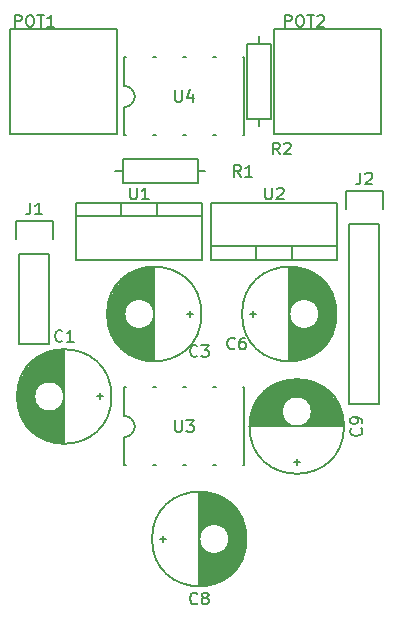
<source format=gto>
G04 #@! TF.GenerationSoftware,KiCad,Pcbnew,(5.0.2)-1*
G04 #@! TF.CreationDate,2019-01-05T13:13:42+08:00*
G04 #@! TF.ProjectId,PSU 4CH,50535520-3443-4482-9e6b-696361645f70,rev?*
G04 #@! TF.SameCoordinates,Original*
G04 #@! TF.FileFunction,Legend,Top*
G04 #@! TF.FilePolarity,Positive*
%FSLAX46Y46*%
G04 Gerber Fmt 4.6, Leading zero omitted, Abs format (unit mm)*
G04 Created by KiCad (PCBNEW (5.0.2)-1) date 01/05/19 13:13:42*
%MOMM*%
%LPD*%
G01*
G04 APERTURE LIST*
%ADD10C,0.150000*%
G04 APERTURE END LIST*
D10*
G04 #@! TO.C,C3*
X125285000Y-63500000D02*
G75*
G03X125285000Y-63500000I-4000000J0D01*
G01*
X117411500Y-62801500D02*
X117411500Y-64071500D01*
X117475000Y-62484000D02*
X117411500Y-62801500D01*
X117475000Y-64579500D02*
X117475000Y-62484000D01*
X117602000Y-64960500D02*
X117475000Y-64579500D01*
X117602000Y-62166500D02*
X117602000Y-64960500D01*
X117729000Y-61785500D02*
X117602000Y-62166500D01*
X117729000Y-65151000D02*
X117729000Y-61785500D01*
X117856000Y-65405000D02*
X117729000Y-65151000D01*
X117856000Y-61595000D02*
X117856000Y-65405000D01*
X117983000Y-61404500D02*
X117856000Y-61595000D01*
X117983000Y-65659000D02*
X117983000Y-61404500D01*
X118110000Y-65913000D02*
X117983000Y-65659000D01*
X118110000Y-61150500D02*
X118110000Y-65913000D01*
X118237000Y-61023500D02*
X118110000Y-61150500D01*
X118237000Y-65976500D02*
X118237000Y-61023500D01*
X118364000Y-66103500D02*
X118237000Y-65976500D01*
X118364000Y-60896500D02*
X118364000Y-66103500D01*
X118491000Y-60769500D02*
X118364000Y-60896500D01*
X118491000Y-66294000D02*
X118491000Y-60769500D01*
X118618000Y-66357500D02*
X118491000Y-66294000D01*
X118618000Y-60642500D02*
X118618000Y-66357500D01*
X118745000Y-60452000D02*
X118618000Y-60642500D01*
X118745000Y-66548000D02*
X118745000Y-60452000D01*
X118872000Y-66675000D02*
X118745000Y-66548000D01*
X121285000Y-59563000D02*
X121158000Y-59563000D01*
X121285000Y-67500500D02*
X121285000Y-59563000D01*
X121285000Y-63500000D02*
G75*
G03X121285000Y-63500000I-1270000J0D01*
G01*
X118110000Y-61277500D02*
X118046500Y-61341000D01*
X118618000Y-60642500D02*
X118491000Y-60769500D01*
X117538500Y-62293500D02*
X117538500Y-62484000D01*
X117919500Y-65468500D02*
X118110000Y-65532000D01*
X117792500Y-65405000D02*
X117919500Y-65468500D01*
X118745000Y-66484500D02*
X118364000Y-66103500D01*
X118872000Y-64135000D02*
X118872000Y-66611500D01*
X118999000Y-64325500D02*
X118872000Y-64135000D01*
X118999000Y-66738500D02*
X118999000Y-64325500D01*
X119126000Y-66802000D02*
X118999000Y-66738500D01*
X119126000Y-64452500D02*
X119126000Y-66802000D01*
X119253000Y-64516000D02*
X119126000Y-64452500D01*
X119253000Y-66929000D02*
X119253000Y-64516000D01*
X119380000Y-66992500D02*
X119253000Y-66929000D01*
X119380000Y-64643000D02*
X119380000Y-66992500D01*
X119507000Y-64706500D02*
X119380000Y-64643000D01*
X119507000Y-67056000D02*
X119507000Y-64706500D01*
X119634000Y-67119500D02*
X119507000Y-67056000D01*
X119634000Y-64770000D02*
X119634000Y-67119500D01*
X119761000Y-64770000D02*
X119634000Y-64770000D01*
X119761000Y-67183000D02*
X119761000Y-64770000D01*
X119888000Y-67246500D02*
X119761000Y-67183000D01*
X119888000Y-64770000D02*
X119888000Y-67246500D01*
X120015000Y-64770000D02*
X119888000Y-64770000D01*
X120015000Y-67246500D02*
X120015000Y-64770000D01*
X120142000Y-67310000D02*
X120015000Y-67246500D01*
X120142000Y-64770000D02*
X120142000Y-67310000D01*
X120269000Y-64770000D02*
X120142000Y-64770000D01*
X120269000Y-67310000D02*
X120269000Y-64770000D01*
X120396000Y-67310000D02*
X120269000Y-67310000D01*
X120396000Y-64770000D02*
X120396000Y-67310000D01*
X120523000Y-64706500D02*
X120396000Y-64770000D01*
X120523000Y-67373500D02*
X120523000Y-64706500D01*
X120650000Y-67437000D02*
X120523000Y-67373500D01*
X120650000Y-64706500D02*
X120650000Y-67437000D01*
X120777000Y-64579500D02*
X120650000Y-64706500D01*
X120777000Y-67373500D02*
X120777000Y-64579500D01*
X120904000Y-67437000D02*
X120777000Y-67373500D01*
X120904000Y-64452500D02*
X120904000Y-67437000D01*
X121031000Y-64325500D02*
X120904000Y-64452500D01*
X121031000Y-67437000D02*
X121031000Y-64325500D01*
X118872000Y-62865000D02*
X118872000Y-60388500D01*
X118999000Y-62674500D02*
X118872000Y-62865000D01*
X118999000Y-60325000D02*
X118999000Y-62674500D01*
X119126000Y-60134500D02*
X118999000Y-60325000D01*
X119126000Y-62547500D02*
X119126000Y-60134500D01*
X119253000Y-62484000D02*
X119126000Y-62547500D01*
X119253000Y-60134500D02*
X119253000Y-62484000D01*
X119380000Y-60007500D02*
X119253000Y-60134500D01*
X119380000Y-62357000D02*
X119380000Y-60007500D01*
X119507000Y-62293500D02*
X119380000Y-62357000D01*
X119507000Y-60007500D02*
X119507000Y-62293500D01*
X119634000Y-59880500D02*
X119507000Y-60007500D01*
X119634000Y-62293500D02*
X119634000Y-59880500D01*
X119761000Y-62230000D02*
X119634000Y-62293500D01*
X119761000Y-59880500D02*
X119761000Y-62230000D01*
X119888000Y-59817000D02*
X119761000Y-59880500D01*
X119888000Y-62166500D02*
X119888000Y-59817000D01*
X120015000Y-62166500D02*
X119888000Y-62166500D01*
X120015000Y-59753500D02*
X120015000Y-62166500D01*
X120142000Y-59690000D02*
X120015000Y-59753500D01*
X120142000Y-62230000D02*
X120142000Y-59690000D01*
X120269000Y-62230000D02*
X120142000Y-62230000D01*
X120269000Y-59690000D02*
X120269000Y-62230000D01*
X120396000Y-59690000D02*
X120269000Y-59690000D01*
X120396000Y-62230000D02*
X120396000Y-59690000D01*
X120523000Y-62293500D02*
X120396000Y-62230000D01*
X120523000Y-59626500D02*
X120523000Y-62293500D01*
X120650000Y-59563000D02*
X120523000Y-59626500D01*
X120650000Y-62357000D02*
X120650000Y-59563000D01*
X120777000Y-62420500D02*
X120650000Y-62357000D01*
X120777000Y-59563000D02*
X120777000Y-62420500D01*
X120904000Y-59563000D02*
X120777000Y-59563000D01*
X120904000Y-62547500D02*
X120904000Y-59563000D01*
X121031000Y-62674500D02*
X120904000Y-62547500D01*
X121031000Y-59563000D02*
X121031000Y-62674500D01*
X121158000Y-59563000D02*
X121158000Y-62865000D01*
X121158000Y-64198500D02*
X121158000Y-67373500D01*
X121285000Y-64071500D02*
X121158000Y-64198500D01*
X124079000Y-63500000D02*
X124587000Y-63500000D01*
X124333000Y-63754000D02*
X124333000Y-63246000D01*
G04 #@! TO.C,U4*
X128905000Y-48387000D02*
X128905000Y-41783000D01*
X121158000Y-41783000D02*
X121412000Y-41783000D01*
X123698000Y-41783000D02*
X123952000Y-41783000D01*
X126238000Y-41783000D02*
X126492000Y-41783000D01*
X128905000Y-41783000D02*
X128778000Y-41783000D01*
X118745000Y-41783000D02*
X118872000Y-41783000D01*
X118745000Y-48387000D02*
X118872000Y-48387000D01*
X121158000Y-48387000D02*
X121412000Y-48387000D01*
X123698000Y-48387000D02*
X123952000Y-48387000D01*
X126238000Y-48387000D02*
X126492000Y-48387000D01*
X128905000Y-48387000D02*
X128778000Y-48387000D01*
X119634000Y-45085000D02*
G75*
G03X118745000Y-44196000I-889000J0D01*
G01*
X118745000Y-45974000D02*
G75*
G03X119634000Y-45085000I0J889000D01*
G01*
X118745000Y-44196000D02*
X118745000Y-41783000D01*
X118745000Y-45974000D02*
X118745000Y-48387000D01*
G04 #@! TO.C,R2*
X131191000Y-46990000D02*
X130175000Y-46990000D01*
X129159000Y-40640000D02*
X131191000Y-40640000D01*
X130175000Y-46990000D02*
X129159000Y-46990000D01*
X130175000Y-46990000D02*
X130175000Y-47625000D01*
X130175000Y-40640000D02*
X130175000Y-40005000D01*
X129159000Y-46990000D02*
X129159000Y-40640000D01*
X131191000Y-40640000D02*
X131191000Y-46990000D01*
G04 #@! TO.C,POT2*
X131445000Y-40005000D02*
X131445000Y-39370000D01*
X131445000Y-39370000D02*
X140462000Y-39370000D01*
X140462000Y-39370000D02*
X140462000Y-48260000D01*
X140462000Y-48260000D02*
X131445000Y-48260000D01*
X131445000Y-48260000D02*
X131445000Y-47498000D01*
X134112000Y-48260000D02*
X140462000Y-48260000D01*
X134112000Y-39370000D02*
X140462000Y-39370000D01*
X131445000Y-47625000D02*
X131445000Y-40005000D01*
X140462000Y-47879000D02*
X140462000Y-39751000D01*
G04 #@! TO.C,C1*
X116713000Y-70739000D02*
X116713000Y-70231000D01*
X116459000Y-70485000D02*
X116967000Y-70485000D01*
X113665000Y-71056500D02*
X113538000Y-71183500D01*
X113538000Y-71183500D02*
X113538000Y-74358500D01*
X113538000Y-66548000D02*
X113538000Y-69850000D01*
X113411000Y-66548000D02*
X113411000Y-69659500D01*
X113411000Y-69659500D02*
X113284000Y-69532500D01*
X113284000Y-69532500D02*
X113284000Y-66548000D01*
X113284000Y-66548000D02*
X113157000Y-66548000D01*
X113157000Y-66548000D02*
X113157000Y-69405500D01*
X113157000Y-69405500D02*
X113030000Y-69342000D01*
X113030000Y-69342000D02*
X113030000Y-66548000D01*
X113030000Y-66548000D02*
X112903000Y-66611500D01*
X112903000Y-66611500D02*
X112903000Y-69278500D01*
X112903000Y-69278500D02*
X112776000Y-69215000D01*
X112776000Y-69215000D02*
X112776000Y-66675000D01*
X112776000Y-66675000D02*
X112649000Y-66675000D01*
X112649000Y-66675000D02*
X112649000Y-69215000D01*
X112649000Y-69215000D02*
X112522000Y-69215000D01*
X112522000Y-69215000D02*
X112522000Y-66675000D01*
X112522000Y-66675000D02*
X112395000Y-66738500D01*
X112395000Y-66738500D02*
X112395000Y-69151500D01*
X112395000Y-69151500D02*
X112268000Y-69151500D01*
X112268000Y-69151500D02*
X112268000Y-66802000D01*
X112268000Y-66802000D02*
X112141000Y-66865500D01*
X112141000Y-66865500D02*
X112141000Y-69215000D01*
X112141000Y-69215000D02*
X112014000Y-69278500D01*
X112014000Y-69278500D02*
X112014000Y-66865500D01*
X112014000Y-66865500D02*
X111887000Y-66992500D01*
X111887000Y-66992500D02*
X111887000Y-69278500D01*
X111887000Y-69278500D02*
X111760000Y-69342000D01*
X111760000Y-69342000D02*
X111760000Y-66992500D01*
X111760000Y-66992500D02*
X111633000Y-67119500D01*
X111633000Y-67119500D02*
X111633000Y-69469000D01*
X111633000Y-69469000D02*
X111506000Y-69532500D01*
X111506000Y-69532500D02*
X111506000Y-67119500D01*
X111506000Y-67119500D02*
X111379000Y-67310000D01*
X111379000Y-67310000D02*
X111379000Y-69659500D01*
X111379000Y-69659500D02*
X111252000Y-69850000D01*
X111252000Y-69850000D02*
X111252000Y-67373500D01*
X113411000Y-74422000D02*
X113411000Y-71310500D01*
X113411000Y-71310500D02*
X113284000Y-71437500D01*
X113284000Y-71437500D02*
X113284000Y-74422000D01*
X113284000Y-74422000D02*
X113157000Y-74358500D01*
X113157000Y-74358500D02*
X113157000Y-71564500D01*
X113157000Y-71564500D02*
X113030000Y-71691500D01*
X113030000Y-71691500D02*
X113030000Y-74422000D01*
X113030000Y-74422000D02*
X112903000Y-74358500D01*
X112903000Y-74358500D02*
X112903000Y-71691500D01*
X112903000Y-71691500D02*
X112776000Y-71755000D01*
X112776000Y-71755000D02*
X112776000Y-74295000D01*
X112776000Y-74295000D02*
X112649000Y-74295000D01*
X112649000Y-74295000D02*
X112649000Y-71755000D01*
X112649000Y-71755000D02*
X112522000Y-71755000D01*
X112522000Y-71755000D02*
X112522000Y-74295000D01*
X112522000Y-74295000D02*
X112395000Y-74231500D01*
X112395000Y-74231500D02*
X112395000Y-71755000D01*
X112395000Y-71755000D02*
X112268000Y-71755000D01*
X112268000Y-71755000D02*
X112268000Y-74231500D01*
X112268000Y-74231500D02*
X112141000Y-74168000D01*
X112141000Y-74168000D02*
X112141000Y-71755000D01*
X112141000Y-71755000D02*
X112014000Y-71755000D01*
X112014000Y-71755000D02*
X112014000Y-74104500D01*
X112014000Y-74104500D02*
X111887000Y-74041000D01*
X111887000Y-74041000D02*
X111887000Y-71691500D01*
X111887000Y-71691500D02*
X111760000Y-71628000D01*
X111760000Y-71628000D02*
X111760000Y-73977500D01*
X111760000Y-73977500D02*
X111633000Y-73914000D01*
X111633000Y-73914000D02*
X111633000Y-71501000D01*
X111633000Y-71501000D02*
X111506000Y-71437500D01*
X111506000Y-71437500D02*
X111506000Y-73787000D01*
X111506000Y-73787000D02*
X111379000Y-73723500D01*
X111379000Y-73723500D02*
X111379000Y-71310500D01*
X111379000Y-71310500D02*
X111252000Y-71120000D01*
X111252000Y-71120000D02*
X111252000Y-73596500D01*
X111125000Y-73469500D02*
X110744000Y-73088500D01*
X110172500Y-72390000D02*
X110299500Y-72453500D01*
X110299500Y-72453500D02*
X110490000Y-72517000D01*
X109918500Y-69278500D02*
X109918500Y-69469000D01*
X110998000Y-67627500D02*
X110871000Y-67754500D01*
X110490000Y-68262500D02*
X110426500Y-68326000D01*
X113665000Y-70485000D02*
G75*
G03X113665000Y-70485000I-1270000J0D01*
G01*
X113665000Y-74485500D02*
X113665000Y-66548000D01*
X113665000Y-66548000D02*
X113538000Y-66548000D01*
X111252000Y-73660000D02*
X111125000Y-73533000D01*
X111125000Y-73533000D02*
X111125000Y-67437000D01*
X111125000Y-67437000D02*
X110998000Y-67627500D01*
X110998000Y-67627500D02*
X110998000Y-73342500D01*
X110998000Y-73342500D02*
X110871000Y-73279000D01*
X110871000Y-73279000D02*
X110871000Y-67754500D01*
X110871000Y-67754500D02*
X110744000Y-67881500D01*
X110744000Y-67881500D02*
X110744000Y-73088500D01*
X110744000Y-73088500D02*
X110617000Y-72961500D01*
X110617000Y-72961500D02*
X110617000Y-68008500D01*
X110617000Y-68008500D02*
X110490000Y-68135500D01*
X110490000Y-68135500D02*
X110490000Y-72898000D01*
X110490000Y-72898000D02*
X110363000Y-72644000D01*
X110363000Y-72644000D02*
X110363000Y-68389500D01*
X110363000Y-68389500D02*
X110236000Y-68580000D01*
X110236000Y-68580000D02*
X110236000Y-72390000D01*
X110236000Y-72390000D02*
X110109000Y-72136000D01*
X110109000Y-72136000D02*
X110109000Y-68770500D01*
X110109000Y-68770500D02*
X109982000Y-69151500D01*
X109982000Y-69151500D02*
X109982000Y-71945500D01*
X109982000Y-71945500D02*
X109855000Y-71564500D01*
X109855000Y-71564500D02*
X109855000Y-69469000D01*
X109855000Y-69469000D02*
X109791500Y-69786500D01*
X109791500Y-69786500D02*
X109791500Y-71056500D01*
X117665000Y-70485000D02*
G75*
G03X117665000Y-70485000I-4000000J0D01*
G01*
G04 #@! TO.C,C6*
X136715000Y-63500000D02*
G75*
G03X136715000Y-63500000I-4000000J0D01*
G01*
X136588500Y-64198500D02*
X136588500Y-62928500D01*
X136525000Y-64516000D02*
X136588500Y-64198500D01*
X136525000Y-62420500D02*
X136525000Y-64516000D01*
X136398000Y-62039500D02*
X136525000Y-62420500D01*
X136398000Y-64833500D02*
X136398000Y-62039500D01*
X136271000Y-65214500D02*
X136398000Y-64833500D01*
X136271000Y-61849000D02*
X136271000Y-65214500D01*
X136144000Y-61595000D02*
X136271000Y-61849000D01*
X136144000Y-65405000D02*
X136144000Y-61595000D01*
X136017000Y-65595500D02*
X136144000Y-65405000D01*
X136017000Y-61341000D02*
X136017000Y-65595500D01*
X135890000Y-61087000D02*
X136017000Y-61341000D01*
X135890000Y-65849500D02*
X135890000Y-61087000D01*
X135763000Y-65976500D02*
X135890000Y-65849500D01*
X135763000Y-61023500D02*
X135763000Y-65976500D01*
X135636000Y-60896500D02*
X135763000Y-61023500D01*
X135636000Y-66103500D02*
X135636000Y-60896500D01*
X135509000Y-66230500D02*
X135636000Y-66103500D01*
X135509000Y-60706000D02*
X135509000Y-66230500D01*
X135382000Y-60642500D02*
X135509000Y-60706000D01*
X135382000Y-66357500D02*
X135382000Y-60642500D01*
X135255000Y-66548000D02*
X135382000Y-66357500D01*
X135255000Y-60452000D02*
X135255000Y-66548000D01*
X135128000Y-60325000D02*
X135255000Y-60452000D01*
X132715000Y-67437000D02*
X132842000Y-67437000D01*
X132715000Y-59499500D02*
X132715000Y-67437000D01*
X135255000Y-63500000D02*
G75*
G03X135255000Y-63500000I-1270000J0D01*
G01*
X135890000Y-65722500D02*
X135953500Y-65659000D01*
X135382000Y-66357500D02*
X135509000Y-66230500D01*
X136461500Y-64706500D02*
X136461500Y-64516000D01*
X136080500Y-61531500D02*
X135890000Y-61468000D01*
X136207500Y-61595000D02*
X136080500Y-61531500D01*
X135255000Y-60515500D02*
X135636000Y-60896500D01*
X135128000Y-62865000D02*
X135128000Y-60388500D01*
X135001000Y-62674500D02*
X135128000Y-62865000D01*
X135001000Y-60261500D02*
X135001000Y-62674500D01*
X134874000Y-60198000D02*
X135001000Y-60261500D01*
X134874000Y-62547500D02*
X134874000Y-60198000D01*
X134747000Y-62484000D02*
X134874000Y-62547500D01*
X134747000Y-60071000D02*
X134747000Y-62484000D01*
X134620000Y-60007500D02*
X134747000Y-60071000D01*
X134620000Y-62357000D02*
X134620000Y-60007500D01*
X134493000Y-62293500D02*
X134620000Y-62357000D01*
X134493000Y-59944000D02*
X134493000Y-62293500D01*
X134366000Y-59880500D02*
X134493000Y-59944000D01*
X134366000Y-62230000D02*
X134366000Y-59880500D01*
X134239000Y-62230000D02*
X134366000Y-62230000D01*
X134239000Y-59817000D02*
X134239000Y-62230000D01*
X134112000Y-59753500D02*
X134239000Y-59817000D01*
X134112000Y-62230000D02*
X134112000Y-59753500D01*
X133985000Y-62230000D02*
X134112000Y-62230000D01*
X133985000Y-59753500D02*
X133985000Y-62230000D01*
X133858000Y-59690000D02*
X133985000Y-59753500D01*
X133858000Y-62230000D02*
X133858000Y-59690000D01*
X133731000Y-62230000D02*
X133858000Y-62230000D01*
X133731000Y-59690000D02*
X133731000Y-62230000D01*
X133604000Y-59690000D02*
X133731000Y-59690000D01*
X133604000Y-62230000D02*
X133604000Y-59690000D01*
X133477000Y-62293500D02*
X133604000Y-62230000D01*
X133477000Y-59626500D02*
X133477000Y-62293500D01*
X133350000Y-59563000D02*
X133477000Y-59626500D01*
X133350000Y-62293500D02*
X133350000Y-59563000D01*
X133223000Y-62420500D02*
X133350000Y-62293500D01*
X133223000Y-59626500D02*
X133223000Y-62420500D01*
X133096000Y-59563000D02*
X133223000Y-59626500D01*
X133096000Y-62547500D02*
X133096000Y-59563000D01*
X132969000Y-62674500D02*
X133096000Y-62547500D01*
X132969000Y-59563000D02*
X132969000Y-62674500D01*
X135128000Y-64135000D02*
X135128000Y-66611500D01*
X135001000Y-64325500D02*
X135128000Y-64135000D01*
X135001000Y-66675000D02*
X135001000Y-64325500D01*
X134874000Y-66865500D02*
X135001000Y-66675000D01*
X134874000Y-64452500D02*
X134874000Y-66865500D01*
X134747000Y-64516000D02*
X134874000Y-64452500D01*
X134747000Y-66865500D02*
X134747000Y-64516000D01*
X134620000Y-66992500D02*
X134747000Y-66865500D01*
X134620000Y-64643000D02*
X134620000Y-66992500D01*
X134493000Y-64706500D02*
X134620000Y-64643000D01*
X134493000Y-66992500D02*
X134493000Y-64706500D01*
X134366000Y-67119500D02*
X134493000Y-66992500D01*
X134366000Y-64706500D02*
X134366000Y-67119500D01*
X134239000Y-64770000D02*
X134366000Y-64706500D01*
X134239000Y-67119500D02*
X134239000Y-64770000D01*
X134112000Y-67183000D02*
X134239000Y-67119500D01*
X134112000Y-64833500D02*
X134112000Y-67183000D01*
X133985000Y-64833500D02*
X134112000Y-64833500D01*
X133985000Y-67246500D02*
X133985000Y-64833500D01*
X133858000Y-67310000D02*
X133985000Y-67246500D01*
X133858000Y-64770000D02*
X133858000Y-67310000D01*
X133731000Y-64770000D02*
X133858000Y-64770000D01*
X133731000Y-67310000D02*
X133731000Y-64770000D01*
X133604000Y-67310000D02*
X133731000Y-67310000D01*
X133604000Y-64770000D02*
X133604000Y-67310000D01*
X133477000Y-64706500D02*
X133604000Y-64770000D01*
X133477000Y-67373500D02*
X133477000Y-64706500D01*
X133350000Y-67437000D02*
X133477000Y-67373500D01*
X133350000Y-64643000D02*
X133350000Y-67437000D01*
X133223000Y-64579500D02*
X133350000Y-64643000D01*
X133223000Y-67437000D02*
X133223000Y-64579500D01*
X133096000Y-67437000D02*
X133223000Y-67437000D01*
X133096000Y-64452500D02*
X133096000Y-67437000D01*
X132969000Y-64325500D02*
X133096000Y-64452500D01*
X132969000Y-67437000D02*
X132969000Y-64325500D01*
X132842000Y-67437000D02*
X132842000Y-64135000D01*
X132842000Y-62801500D02*
X132842000Y-59626500D01*
X132715000Y-62928500D02*
X132842000Y-62801500D01*
X129921000Y-63500000D02*
X129413000Y-63500000D01*
X129667000Y-63246000D02*
X129667000Y-63754000D01*
G04 #@! TO.C,C8*
X122047000Y-82296000D02*
X122047000Y-82804000D01*
X122301000Y-82550000D02*
X121793000Y-82550000D01*
X125095000Y-81978500D02*
X125222000Y-81851500D01*
X125222000Y-81851500D02*
X125222000Y-78676500D01*
X125222000Y-86487000D02*
X125222000Y-83185000D01*
X125349000Y-86487000D02*
X125349000Y-83375500D01*
X125349000Y-83375500D02*
X125476000Y-83502500D01*
X125476000Y-83502500D02*
X125476000Y-86487000D01*
X125476000Y-86487000D02*
X125603000Y-86487000D01*
X125603000Y-86487000D02*
X125603000Y-83629500D01*
X125603000Y-83629500D02*
X125730000Y-83693000D01*
X125730000Y-83693000D02*
X125730000Y-86487000D01*
X125730000Y-86487000D02*
X125857000Y-86423500D01*
X125857000Y-86423500D02*
X125857000Y-83756500D01*
X125857000Y-83756500D02*
X125984000Y-83820000D01*
X125984000Y-83820000D02*
X125984000Y-86360000D01*
X125984000Y-86360000D02*
X126111000Y-86360000D01*
X126111000Y-86360000D02*
X126111000Y-83820000D01*
X126111000Y-83820000D02*
X126238000Y-83820000D01*
X126238000Y-83820000D02*
X126238000Y-86360000D01*
X126238000Y-86360000D02*
X126365000Y-86296500D01*
X126365000Y-86296500D02*
X126365000Y-83883500D01*
X126365000Y-83883500D02*
X126492000Y-83883500D01*
X126492000Y-83883500D02*
X126492000Y-86233000D01*
X126492000Y-86233000D02*
X126619000Y-86169500D01*
X126619000Y-86169500D02*
X126619000Y-83820000D01*
X126619000Y-83820000D02*
X126746000Y-83756500D01*
X126746000Y-83756500D02*
X126746000Y-86169500D01*
X126746000Y-86169500D02*
X126873000Y-86042500D01*
X126873000Y-86042500D02*
X126873000Y-83756500D01*
X126873000Y-83756500D02*
X127000000Y-83693000D01*
X127000000Y-83693000D02*
X127000000Y-86042500D01*
X127000000Y-86042500D02*
X127127000Y-85915500D01*
X127127000Y-85915500D02*
X127127000Y-83566000D01*
X127127000Y-83566000D02*
X127254000Y-83502500D01*
X127254000Y-83502500D02*
X127254000Y-85915500D01*
X127254000Y-85915500D02*
X127381000Y-85725000D01*
X127381000Y-85725000D02*
X127381000Y-83375500D01*
X127381000Y-83375500D02*
X127508000Y-83185000D01*
X127508000Y-83185000D02*
X127508000Y-85661500D01*
X125349000Y-78613000D02*
X125349000Y-81724500D01*
X125349000Y-81724500D02*
X125476000Y-81597500D01*
X125476000Y-81597500D02*
X125476000Y-78613000D01*
X125476000Y-78613000D02*
X125603000Y-78676500D01*
X125603000Y-78676500D02*
X125603000Y-81470500D01*
X125603000Y-81470500D02*
X125730000Y-81343500D01*
X125730000Y-81343500D02*
X125730000Y-78613000D01*
X125730000Y-78613000D02*
X125857000Y-78676500D01*
X125857000Y-78676500D02*
X125857000Y-81343500D01*
X125857000Y-81343500D02*
X125984000Y-81280000D01*
X125984000Y-81280000D02*
X125984000Y-78740000D01*
X125984000Y-78740000D02*
X126111000Y-78740000D01*
X126111000Y-78740000D02*
X126111000Y-81280000D01*
X126111000Y-81280000D02*
X126238000Y-81280000D01*
X126238000Y-81280000D02*
X126238000Y-78740000D01*
X126238000Y-78740000D02*
X126365000Y-78803500D01*
X126365000Y-78803500D02*
X126365000Y-81280000D01*
X126365000Y-81280000D02*
X126492000Y-81280000D01*
X126492000Y-81280000D02*
X126492000Y-78803500D01*
X126492000Y-78803500D02*
X126619000Y-78867000D01*
X126619000Y-78867000D02*
X126619000Y-81280000D01*
X126619000Y-81280000D02*
X126746000Y-81280000D01*
X126746000Y-81280000D02*
X126746000Y-78930500D01*
X126746000Y-78930500D02*
X126873000Y-78994000D01*
X126873000Y-78994000D02*
X126873000Y-81343500D01*
X126873000Y-81343500D02*
X127000000Y-81407000D01*
X127000000Y-81407000D02*
X127000000Y-79057500D01*
X127000000Y-79057500D02*
X127127000Y-79121000D01*
X127127000Y-79121000D02*
X127127000Y-81534000D01*
X127127000Y-81534000D02*
X127254000Y-81597500D01*
X127254000Y-81597500D02*
X127254000Y-79248000D01*
X127254000Y-79248000D02*
X127381000Y-79311500D01*
X127381000Y-79311500D02*
X127381000Y-81724500D01*
X127381000Y-81724500D02*
X127508000Y-81915000D01*
X127508000Y-81915000D02*
X127508000Y-79438500D01*
X127635000Y-79565500D02*
X128016000Y-79946500D01*
X128587500Y-80645000D02*
X128460500Y-80581500D01*
X128460500Y-80581500D02*
X128270000Y-80518000D01*
X128841500Y-83756500D02*
X128841500Y-83566000D01*
X127762000Y-85407500D02*
X127889000Y-85280500D01*
X128270000Y-84772500D02*
X128333500Y-84709000D01*
X127635000Y-82550000D02*
G75*
G03X127635000Y-82550000I-1270000J0D01*
G01*
X125095000Y-78549500D02*
X125095000Y-86487000D01*
X125095000Y-86487000D02*
X125222000Y-86487000D01*
X127508000Y-79375000D02*
X127635000Y-79502000D01*
X127635000Y-79502000D02*
X127635000Y-85598000D01*
X127635000Y-85598000D02*
X127762000Y-85407500D01*
X127762000Y-85407500D02*
X127762000Y-79692500D01*
X127762000Y-79692500D02*
X127889000Y-79756000D01*
X127889000Y-79756000D02*
X127889000Y-85280500D01*
X127889000Y-85280500D02*
X128016000Y-85153500D01*
X128016000Y-85153500D02*
X128016000Y-79946500D01*
X128016000Y-79946500D02*
X128143000Y-80073500D01*
X128143000Y-80073500D02*
X128143000Y-85026500D01*
X128143000Y-85026500D02*
X128270000Y-84899500D01*
X128270000Y-84899500D02*
X128270000Y-80137000D01*
X128270000Y-80137000D02*
X128397000Y-80391000D01*
X128397000Y-80391000D02*
X128397000Y-84645500D01*
X128397000Y-84645500D02*
X128524000Y-84455000D01*
X128524000Y-84455000D02*
X128524000Y-80645000D01*
X128524000Y-80645000D02*
X128651000Y-80899000D01*
X128651000Y-80899000D02*
X128651000Y-84264500D01*
X128651000Y-84264500D02*
X128778000Y-83883500D01*
X128778000Y-83883500D02*
X128778000Y-81089500D01*
X128778000Y-81089500D02*
X128905000Y-81470500D01*
X128905000Y-81470500D02*
X128905000Y-83566000D01*
X128905000Y-83566000D02*
X128968500Y-83248500D01*
X128968500Y-83248500D02*
X128968500Y-81978500D01*
X129095000Y-82550000D02*
G75*
G03X129095000Y-82550000I-4000000J0D01*
G01*
G04 #@! TO.C,C9*
X137350000Y-73025000D02*
G75*
G03X137350000Y-73025000I-4000000J0D01*
G01*
X134048500Y-69151500D02*
X132778500Y-69151500D01*
X134366000Y-69215000D02*
X134048500Y-69151500D01*
X132270500Y-69215000D02*
X134366000Y-69215000D01*
X131889500Y-69342000D02*
X132270500Y-69215000D01*
X134683500Y-69342000D02*
X131889500Y-69342000D01*
X135064500Y-69469000D02*
X134683500Y-69342000D01*
X131699000Y-69469000D02*
X135064500Y-69469000D01*
X131445000Y-69596000D02*
X131699000Y-69469000D01*
X135255000Y-69596000D02*
X131445000Y-69596000D01*
X135445500Y-69723000D02*
X135255000Y-69596000D01*
X131191000Y-69723000D02*
X135445500Y-69723000D01*
X130937000Y-69850000D02*
X131191000Y-69723000D01*
X135699500Y-69850000D02*
X130937000Y-69850000D01*
X135826500Y-69977000D02*
X135699500Y-69850000D01*
X130873500Y-69977000D02*
X135826500Y-69977000D01*
X130746500Y-70104000D02*
X130873500Y-69977000D01*
X135953500Y-70104000D02*
X130746500Y-70104000D01*
X136080500Y-70231000D02*
X135953500Y-70104000D01*
X130556000Y-70231000D02*
X136080500Y-70231000D01*
X130492500Y-70358000D02*
X130556000Y-70231000D01*
X136207500Y-70358000D02*
X130492500Y-70358000D01*
X136398000Y-70485000D02*
X136207500Y-70358000D01*
X130302000Y-70485000D02*
X136398000Y-70485000D01*
X130175000Y-70612000D02*
X130302000Y-70485000D01*
X137287000Y-73025000D02*
X137287000Y-72898000D01*
X129349500Y-73025000D02*
X137287000Y-73025000D01*
X134620000Y-71755000D02*
G75*
G03X134620000Y-71755000I-1270000J0D01*
G01*
X135572500Y-69850000D02*
X135509000Y-69786500D01*
X136207500Y-70358000D02*
X136080500Y-70231000D01*
X134556500Y-69278500D02*
X134366000Y-69278500D01*
X131381500Y-69659500D02*
X131318000Y-69850000D01*
X131445000Y-69532500D02*
X131381500Y-69659500D01*
X130365500Y-70485000D02*
X130746500Y-70104000D01*
X132715000Y-70612000D02*
X130238500Y-70612000D01*
X132524500Y-70739000D02*
X132715000Y-70612000D01*
X130111500Y-70739000D02*
X132524500Y-70739000D01*
X130048000Y-70866000D02*
X130111500Y-70739000D01*
X132397500Y-70866000D02*
X130048000Y-70866000D01*
X132334000Y-70993000D02*
X132397500Y-70866000D01*
X129921000Y-70993000D02*
X132334000Y-70993000D01*
X129857500Y-71120000D02*
X129921000Y-70993000D01*
X132207000Y-71120000D02*
X129857500Y-71120000D01*
X132143500Y-71247000D02*
X132207000Y-71120000D01*
X129794000Y-71247000D02*
X132143500Y-71247000D01*
X129730500Y-71374000D02*
X129794000Y-71247000D01*
X132080000Y-71374000D02*
X129730500Y-71374000D01*
X132080000Y-71501000D02*
X132080000Y-71374000D01*
X129667000Y-71501000D02*
X132080000Y-71501000D01*
X129603500Y-71628000D02*
X129667000Y-71501000D01*
X132080000Y-71628000D02*
X129603500Y-71628000D01*
X132080000Y-71755000D02*
X132080000Y-71628000D01*
X129603500Y-71755000D02*
X132080000Y-71755000D01*
X129540000Y-71882000D02*
X129603500Y-71755000D01*
X132080000Y-71882000D02*
X129540000Y-71882000D01*
X132080000Y-72009000D02*
X132080000Y-71882000D01*
X129540000Y-72009000D02*
X132080000Y-72009000D01*
X129540000Y-72136000D02*
X129540000Y-72009000D01*
X132080000Y-72136000D02*
X129540000Y-72136000D01*
X132143500Y-72263000D02*
X132080000Y-72136000D01*
X129476500Y-72263000D02*
X132143500Y-72263000D01*
X129413000Y-72390000D02*
X129476500Y-72263000D01*
X132143500Y-72390000D02*
X129413000Y-72390000D01*
X132270500Y-72517000D02*
X132143500Y-72390000D01*
X129476500Y-72517000D02*
X132270500Y-72517000D01*
X129413000Y-72644000D02*
X129476500Y-72517000D01*
X132397500Y-72644000D02*
X129413000Y-72644000D01*
X132524500Y-72771000D02*
X132397500Y-72644000D01*
X129413000Y-72771000D02*
X132524500Y-72771000D01*
X133985000Y-70612000D02*
X136461500Y-70612000D01*
X134175500Y-70739000D02*
X133985000Y-70612000D01*
X136525000Y-70739000D02*
X134175500Y-70739000D01*
X136715500Y-70866000D02*
X136525000Y-70739000D01*
X134302500Y-70866000D02*
X136715500Y-70866000D01*
X134366000Y-70993000D02*
X134302500Y-70866000D01*
X136715500Y-70993000D02*
X134366000Y-70993000D01*
X136842500Y-71120000D02*
X136715500Y-70993000D01*
X134493000Y-71120000D02*
X136842500Y-71120000D01*
X134556500Y-71247000D02*
X134493000Y-71120000D01*
X136842500Y-71247000D02*
X134556500Y-71247000D01*
X136969500Y-71374000D02*
X136842500Y-71247000D01*
X134556500Y-71374000D02*
X136969500Y-71374000D01*
X134620000Y-71501000D02*
X134556500Y-71374000D01*
X136969500Y-71501000D02*
X134620000Y-71501000D01*
X137033000Y-71628000D02*
X136969500Y-71501000D01*
X134683500Y-71628000D02*
X137033000Y-71628000D01*
X134683500Y-71755000D02*
X134683500Y-71628000D01*
X137096500Y-71755000D02*
X134683500Y-71755000D01*
X137160000Y-71882000D02*
X137096500Y-71755000D01*
X134620000Y-71882000D02*
X137160000Y-71882000D01*
X134620000Y-72009000D02*
X134620000Y-71882000D01*
X137160000Y-72009000D02*
X134620000Y-72009000D01*
X137160000Y-72136000D02*
X137160000Y-72009000D01*
X134620000Y-72136000D02*
X137160000Y-72136000D01*
X134556500Y-72263000D02*
X134620000Y-72136000D01*
X137223500Y-72263000D02*
X134556500Y-72263000D01*
X137287000Y-72390000D02*
X137223500Y-72263000D01*
X134493000Y-72390000D02*
X137287000Y-72390000D01*
X134429500Y-72517000D02*
X134493000Y-72390000D01*
X137287000Y-72517000D02*
X134429500Y-72517000D01*
X137287000Y-72644000D02*
X137287000Y-72517000D01*
X134302500Y-72644000D02*
X137287000Y-72644000D01*
X134175500Y-72771000D02*
X134302500Y-72644000D01*
X137287000Y-72771000D02*
X134175500Y-72771000D01*
X137287000Y-72898000D02*
X133985000Y-72898000D01*
X132651500Y-72898000D02*
X129476500Y-72898000D01*
X132778500Y-73025000D02*
X132651500Y-72898000D01*
X133350000Y-75819000D02*
X133350000Y-76327000D01*
X133096000Y-76073000D02*
X133604000Y-76073000D01*
G04 #@! TO.C,J1*
X109575000Y-55600000D02*
X112675000Y-55600000D01*
X109575000Y-57150000D02*
X109575000Y-55600000D01*
X112395000Y-58420000D02*
X109855000Y-58420000D01*
X112675000Y-55600000D02*
X112675000Y-57150000D01*
X109855000Y-66040000D02*
X112395000Y-66040000D01*
X112395000Y-58420000D02*
X112395000Y-66040000D01*
X109855000Y-66040000D02*
X109855000Y-58420000D01*
G04 #@! TO.C,J2*
X137515000Y-53060000D02*
X140615000Y-53060000D01*
X137515000Y-54610000D02*
X137515000Y-53060000D01*
X140335000Y-55880000D02*
X137795000Y-55880000D01*
X140615000Y-53060000D02*
X140615000Y-54610000D01*
X137795000Y-68580000D02*
X137795000Y-55880000D01*
X140335000Y-55880000D02*
X140335000Y-68580000D01*
X137795000Y-68580000D02*
X137795000Y-71120000D01*
X137795000Y-71120000D02*
X140335000Y-71120000D01*
X140335000Y-71120000D02*
X140335000Y-68580000D01*
G04 #@! TO.C,POT1*
X109093000Y-39751000D02*
X109093000Y-47879000D01*
X118110000Y-40005000D02*
X118110000Y-47625000D01*
X115443000Y-48260000D02*
X109093000Y-48260000D01*
X115443000Y-39370000D02*
X109093000Y-39370000D01*
X118110000Y-39370000D02*
X118110000Y-40132000D01*
X109093000Y-39370000D02*
X118110000Y-39370000D01*
X109093000Y-48260000D02*
X109093000Y-39370000D01*
X118110000Y-48260000D02*
X109093000Y-48260000D01*
X118110000Y-47625000D02*
X118110000Y-48260000D01*
G04 #@! TO.C,R1*
X118618000Y-50419000D02*
X124968000Y-50419000D01*
X124968000Y-52451000D02*
X118618000Y-52451000D01*
X118618000Y-51435000D02*
X117983000Y-51435000D01*
X124968000Y-51435000D02*
X125603000Y-51435000D01*
X124968000Y-51435000D02*
X124968000Y-52451000D01*
X118618000Y-52451000D02*
X118618000Y-50419000D01*
X124968000Y-50419000D02*
X124968000Y-51435000D01*
G04 #@! TO.C,U1*
X118491000Y-54102000D02*
X118491000Y-55245000D01*
X121539000Y-54102000D02*
X121539000Y-55245000D01*
X125349000Y-55245000D02*
X125349000Y-58928000D01*
X125349000Y-58928000D02*
X114681000Y-58928000D01*
X114681000Y-58928000D02*
X114681000Y-55245000D01*
X125349000Y-54102000D02*
X125349000Y-55245000D01*
X125349000Y-55245000D02*
X114681000Y-55245000D01*
X114681000Y-55245000D02*
X114681000Y-54102000D01*
X120015000Y-54102000D02*
X114681000Y-54102000D01*
X120015000Y-54102000D02*
X125349000Y-54102000D01*
G04 #@! TO.C,U2*
X131445000Y-58928000D02*
X126111000Y-58928000D01*
X131445000Y-58928000D02*
X136779000Y-58928000D01*
X136779000Y-57785000D02*
X136779000Y-58928000D01*
X126111000Y-57785000D02*
X136779000Y-57785000D01*
X126111000Y-58928000D02*
X126111000Y-57785000D01*
X136779000Y-54102000D02*
X136779000Y-57785000D01*
X126111000Y-54102000D02*
X136779000Y-54102000D01*
X126111000Y-57785000D02*
X126111000Y-54102000D01*
X129921000Y-58928000D02*
X129921000Y-57785000D01*
X132969000Y-58928000D02*
X132969000Y-57785000D01*
G04 #@! TO.C,U3*
X118745000Y-73914000D02*
X118745000Y-76327000D01*
X118745000Y-72136000D02*
X118745000Y-69723000D01*
X118745000Y-73914000D02*
G75*
G03X119634000Y-73025000I0J889000D01*
G01*
X119634000Y-73025000D02*
G75*
G03X118745000Y-72136000I-889000J0D01*
G01*
X128905000Y-76327000D02*
X128778000Y-76327000D01*
X126238000Y-76327000D02*
X126492000Y-76327000D01*
X123698000Y-76327000D02*
X123952000Y-76327000D01*
X121158000Y-76327000D02*
X121412000Y-76327000D01*
X118745000Y-76327000D02*
X118872000Y-76327000D01*
X118745000Y-69723000D02*
X118872000Y-69723000D01*
X128905000Y-69723000D02*
X128778000Y-69723000D01*
X126238000Y-69723000D02*
X126492000Y-69723000D01*
X123698000Y-69723000D02*
X123952000Y-69723000D01*
X121158000Y-69723000D02*
X121412000Y-69723000D01*
X128905000Y-76327000D02*
X128905000Y-69723000D01*
G04 #@! TO.C,C3*
X124928333Y-67032142D02*
X124880714Y-67079761D01*
X124737857Y-67127380D01*
X124642619Y-67127380D01*
X124499761Y-67079761D01*
X124404523Y-66984523D01*
X124356904Y-66889285D01*
X124309285Y-66698809D01*
X124309285Y-66555952D01*
X124356904Y-66365476D01*
X124404523Y-66270238D01*
X124499761Y-66175000D01*
X124642619Y-66127380D01*
X124737857Y-66127380D01*
X124880714Y-66175000D01*
X124928333Y-66222619D01*
X125261666Y-66127380D02*
X125880714Y-66127380D01*
X125547380Y-66508333D01*
X125690238Y-66508333D01*
X125785476Y-66555952D01*
X125833095Y-66603571D01*
X125880714Y-66698809D01*
X125880714Y-66936904D01*
X125833095Y-67032142D01*
X125785476Y-67079761D01*
X125690238Y-67127380D01*
X125404523Y-67127380D01*
X125309285Y-67079761D01*
X125261666Y-67032142D01*
G04 #@! TO.C,U4*
X123063095Y-44537380D02*
X123063095Y-45346904D01*
X123110714Y-45442142D01*
X123158333Y-45489761D01*
X123253571Y-45537380D01*
X123444047Y-45537380D01*
X123539285Y-45489761D01*
X123586904Y-45442142D01*
X123634523Y-45346904D01*
X123634523Y-44537380D01*
X124539285Y-44870714D02*
X124539285Y-45537380D01*
X124301190Y-44489761D02*
X124063095Y-45204047D01*
X124682142Y-45204047D01*
G04 #@! TO.C,R2*
X131913333Y-49982380D02*
X131580000Y-49506190D01*
X131341904Y-49982380D02*
X131341904Y-48982380D01*
X131722857Y-48982380D01*
X131818095Y-49030000D01*
X131865714Y-49077619D01*
X131913333Y-49172857D01*
X131913333Y-49315714D01*
X131865714Y-49410952D01*
X131818095Y-49458571D01*
X131722857Y-49506190D01*
X131341904Y-49506190D01*
X132294285Y-49077619D02*
X132341904Y-49030000D01*
X132437142Y-48982380D01*
X132675238Y-48982380D01*
X132770476Y-49030000D01*
X132818095Y-49077619D01*
X132865714Y-49172857D01*
X132865714Y-49268095D01*
X132818095Y-49410952D01*
X132246666Y-49982380D01*
X132865714Y-49982380D01*
G04 #@! TO.C,POT2*
X132342142Y-39187380D02*
X132342142Y-38187380D01*
X132723095Y-38187380D01*
X132818333Y-38235000D01*
X132865952Y-38282619D01*
X132913571Y-38377857D01*
X132913571Y-38520714D01*
X132865952Y-38615952D01*
X132818333Y-38663571D01*
X132723095Y-38711190D01*
X132342142Y-38711190D01*
X133532619Y-38187380D02*
X133723095Y-38187380D01*
X133818333Y-38235000D01*
X133913571Y-38330238D01*
X133961190Y-38520714D01*
X133961190Y-38854047D01*
X133913571Y-39044523D01*
X133818333Y-39139761D01*
X133723095Y-39187380D01*
X133532619Y-39187380D01*
X133437380Y-39139761D01*
X133342142Y-39044523D01*
X133294523Y-38854047D01*
X133294523Y-38520714D01*
X133342142Y-38330238D01*
X133437380Y-38235000D01*
X133532619Y-38187380D01*
X134246904Y-38187380D02*
X134818333Y-38187380D01*
X134532619Y-39187380D02*
X134532619Y-38187380D01*
X135104047Y-38282619D02*
X135151666Y-38235000D01*
X135246904Y-38187380D01*
X135485000Y-38187380D01*
X135580238Y-38235000D01*
X135627857Y-38282619D01*
X135675476Y-38377857D01*
X135675476Y-38473095D01*
X135627857Y-38615952D01*
X135056428Y-39187380D01*
X135675476Y-39187380D01*
G04 #@! TO.C,C1*
X113498333Y-65762142D02*
X113450714Y-65809761D01*
X113307857Y-65857380D01*
X113212619Y-65857380D01*
X113069761Y-65809761D01*
X112974523Y-65714523D01*
X112926904Y-65619285D01*
X112879285Y-65428809D01*
X112879285Y-65285952D01*
X112926904Y-65095476D01*
X112974523Y-65000238D01*
X113069761Y-64905000D01*
X113212619Y-64857380D01*
X113307857Y-64857380D01*
X113450714Y-64905000D01*
X113498333Y-64952619D01*
X114450714Y-65857380D02*
X113879285Y-65857380D01*
X114165000Y-65857380D02*
X114165000Y-64857380D01*
X114069761Y-65000238D01*
X113974523Y-65095476D01*
X113879285Y-65143095D01*
G04 #@! TO.C,C6*
X128103333Y-66397142D02*
X128055714Y-66444761D01*
X127912857Y-66492380D01*
X127817619Y-66492380D01*
X127674761Y-66444761D01*
X127579523Y-66349523D01*
X127531904Y-66254285D01*
X127484285Y-66063809D01*
X127484285Y-65920952D01*
X127531904Y-65730476D01*
X127579523Y-65635238D01*
X127674761Y-65540000D01*
X127817619Y-65492380D01*
X127912857Y-65492380D01*
X128055714Y-65540000D01*
X128103333Y-65587619D01*
X128960476Y-65492380D02*
X128770000Y-65492380D01*
X128674761Y-65540000D01*
X128627142Y-65587619D01*
X128531904Y-65730476D01*
X128484285Y-65920952D01*
X128484285Y-66301904D01*
X128531904Y-66397142D01*
X128579523Y-66444761D01*
X128674761Y-66492380D01*
X128865238Y-66492380D01*
X128960476Y-66444761D01*
X129008095Y-66397142D01*
X129055714Y-66301904D01*
X129055714Y-66063809D01*
X129008095Y-65968571D01*
X128960476Y-65920952D01*
X128865238Y-65873333D01*
X128674761Y-65873333D01*
X128579523Y-65920952D01*
X128531904Y-65968571D01*
X128484285Y-66063809D01*
G04 #@! TO.C,C8*
X124928333Y-87987142D02*
X124880714Y-88034761D01*
X124737857Y-88082380D01*
X124642619Y-88082380D01*
X124499761Y-88034761D01*
X124404523Y-87939523D01*
X124356904Y-87844285D01*
X124309285Y-87653809D01*
X124309285Y-87510952D01*
X124356904Y-87320476D01*
X124404523Y-87225238D01*
X124499761Y-87130000D01*
X124642619Y-87082380D01*
X124737857Y-87082380D01*
X124880714Y-87130000D01*
X124928333Y-87177619D01*
X125499761Y-87510952D02*
X125404523Y-87463333D01*
X125356904Y-87415714D01*
X125309285Y-87320476D01*
X125309285Y-87272857D01*
X125356904Y-87177619D01*
X125404523Y-87130000D01*
X125499761Y-87082380D01*
X125690238Y-87082380D01*
X125785476Y-87130000D01*
X125833095Y-87177619D01*
X125880714Y-87272857D01*
X125880714Y-87320476D01*
X125833095Y-87415714D01*
X125785476Y-87463333D01*
X125690238Y-87510952D01*
X125499761Y-87510952D01*
X125404523Y-87558571D01*
X125356904Y-87606190D01*
X125309285Y-87701428D01*
X125309285Y-87891904D01*
X125356904Y-87987142D01*
X125404523Y-88034761D01*
X125499761Y-88082380D01*
X125690238Y-88082380D01*
X125785476Y-88034761D01*
X125833095Y-87987142D01*
X125880714Y-87891904D01*
X125880714Y-87701428D01*
X125833095Y-87606190D01*
X125785476Y-87558571D01*
X125690238Y-87510952D01*
G04 #@! TO.C,C9*
X138787142Y-73191666D02*
X138834761Y-73239285D01*
X138882380Y-73382142D01*
X138882380Y-73477380D01*
X138834761Y-73620238D01*
X138739523Y-73715476D01*
X138644285Y-73763095D01*
X138453809Y-73810714D01*
X138310952Y-73810714D01*
X138120476Y-73763095D01*
X138025238Y-73715476D01*
X137930000Y-73620238D01*
X137882380Y-73477380D01*
X137882380Y-73382142D01*
X137930000Y-73239285D01*
X137977619Y-73191666D01*
X138882380Y-72715476D02*
X138882380Y-72525000D01*
X138834761Y-72429761D01*
X138787142Y-72382142D01*
X138644285Y-72286904D01*
X138453809Y-72239285D01*
X138072857Y-72239285D01*
X137977619Y-72286904D01*
X137930000Y-72334523D01*
X137882380Y-72429761D01*
X137882380Y-72620238D01*
X137930000Y-72715476D01*
X137977619Y-72763095D01*
X138072857Y-72810714D01*
X138310952Y-72810714D01*
X138406190Y-72763095D01*
X138453809Y-72715476D01*
X138501428Y-72620238D01*
X138501428Y-72429761D01*
X138453809Y-72334523D01*
X138406190Y-72286904D01*
X138310952Y-72239285D01*
G04 #@! TO.C,J1*
X110791666Y-54062380D02*
X110791666Y-54776666D01*
X110744047Y-54919523D01*
X110648809Y-55014761D01*
X110505952Y-55062380D01*
X110410714Y-55062380D01*
X111791666Y-55062380D02*
X111220238Y-55062380D01*
X111505952Y-55062380D02*
X111505952Y-54062380D01*
X111410714Y-54205238D01*
X111315476Y-54300476D01*
X111220238Y-54348095D01*
G04 #@! TO.C,J2*
X138731666Y-51522380D02*
X138731666Y-52236666D01*
X138684047Y-52379523D01*
X138588809Y-52474761D01*
X138445952Y-52522380D01*
X138350714Y-52522380D01*
X139160238Y-51617619D02*
X139207857Y-51570000D01*
X139303095Y-51522380D01*
X139541190Y-51522380D01*
X139636428Y-51570000D01*
X139684047Y-51617619D01*
X139731666Y-51712857D01*
X139731666Y-51808095D01*
X139684047Y-51950952D01*
X139112619Y-52522380D01*
X139731666Y-52522380D01*
G04 #@! TO.C,POT1*
X109482142Y-39187380D02*
X109482142Y-38187380D01*
X109863095Y-38187380D01*
X109958333Y-38235000D01*
X110005952Y-38282619D01*
X110053571Y-38377857D01*
X110053571Y-38520714D01*
X110005952Y-38615952D01*
X109958333Y-38663571D01*
X109863095Y-38711190D01*
X109482142Y-38711190D01*
X110672619Y-38187380D02*
X110863095Y-38187380D01*
X110958333Y-38235000D01*
X111053571Y-38330238D01*
X111101190Y-38520714D01*
X111101190Y-38854047D01*
X111053571Y-39044523D01*
X110958333Y-39139761D01*
X110863095Y-39187380D01*
X110672619Y-39187380D01*
X110577380Y-39139761D01*
X110482142Y-39044523D01*
X110434523Y-38854047D01*
X110434523Y-38520714D01*
X110482142Y-38330238D01*
X110577380Y-38235000D01*
X110672619Y-38187380D01*
X111386904Y-38187380D02*
X111958333Y-38187380D01*
X111672619Y-39187380D02*
X111672619Y-38187380D01*
X112815476Y-39187380D02*
X112244047Y-39187380D01*
X112529761Y-39187380D02*
X112529761Y-38187380D01*
X112434523Y-38330238D01*
X112339285Y-38425476D01*
X112244047Y-38473095D01*
G04 #@! TO.C,R1*
X128611333Y-51887380D02*
X128278000Y-51411190D01*
X128039904Y-51887380D02*
X128039904Y-50887380D01*
X128420857Y-50887380D01*
X128516095Y-50935000D01*
X128563714Y-50982619D01*
X128611333Y-51077857D01*
X128611333Y-51220714D01*
X128563714Y-51315952D01*
X128516095Y-51363571D01*
X128420857Y-51411190D01*
X128039904Y-51411190D01*
X129563714Y-51887380D02*
X128992285Y-51887380D01*
X129278000Y-51887380D02*
X129278000Y-50887380D01*
X129182761Y-51030238D01*
X129087523Y-51125476D01*
X128992285Y-51173095D01*
G04 #@! TO.C,U1*
X119253095Y-52792380D02*
X119253095Y-53601904D01*
X119300714Y-53697142D01*
X119348333Y-53744761D01*
X119443571Y-53792380D01*
X119634047Y-53792380D01*
X119729285Y-53744761D01*
X119776904Y-53697142D01*
X119824523Y-53601904D01*
X119824523Y-52792380D01*
X120824523Y-53792380D02*
X120253095Y-53792380D01*
X120538809Y-53792380D02*
X120538809Y-52792380D01*
X120443571Y-52935238D01*
X120348333Y-53030476D01*
X120253095Y-53078095D01*
G04 #@! TO.C,U2*
X130683095Y-52792380D02*
X130683095Y-53601904D01*
X130730714Y-53697142D01*
X130778333Y-53744761D01*
X130873571Y-53792380D01*
X131064047Y-53792380D01*
X131159285Y-53744761D01*
X131206904Y-53697142D01*
X131254523Y-53601904D01*
X131254523Y-52792380D01*
X131683095Y-52887619D02*
X131730714Y-52840000D01*
X131825952Y-52792380D01*
X132064047Y-52792380D01*
X132159285Y-52840000D01*
X132206904Y-52887619D01*
X132254523Y-52982857D01*
X132254523Y-53078095D01*
X132206904Y-53220952D01*
X131635476Y-53792380D01*
X132254523Y-53792380D01*
G04 #@! TO.C,U3*
X123063095Y-72477380D02*
X123063095Y-73286904D01*
X123110714Y-73382142D01*
X123158333Y-73429761D01*
X123253571Y-73477380D01*
X123444047Y-73477380D01*
X123539285Y-73429761D01*
X123586904Y-73382142D01*
X123634523Y-73286904D01*
X123634523Y-72477380D01*
X124015476Y-72477380D02*
X124634523Y-72477380D01*
X124301190Y-72858333D01*
X124444047Y-72858333D01*
X124539285Y-72905952D01*
X124586904Y-72953571D01*
X124634523Y-73048809D01*
X124634523Y-73286904D01*
X124586904Y-73382142D01*
X124539285Y-73429761D01*
X124444047Y-73477380D01*
X124158333Y-73477380D01*
X124063095Y-73429761D01*
X124015476Y-73382142D01*
G04 #@! TD*
M02*

</source>
